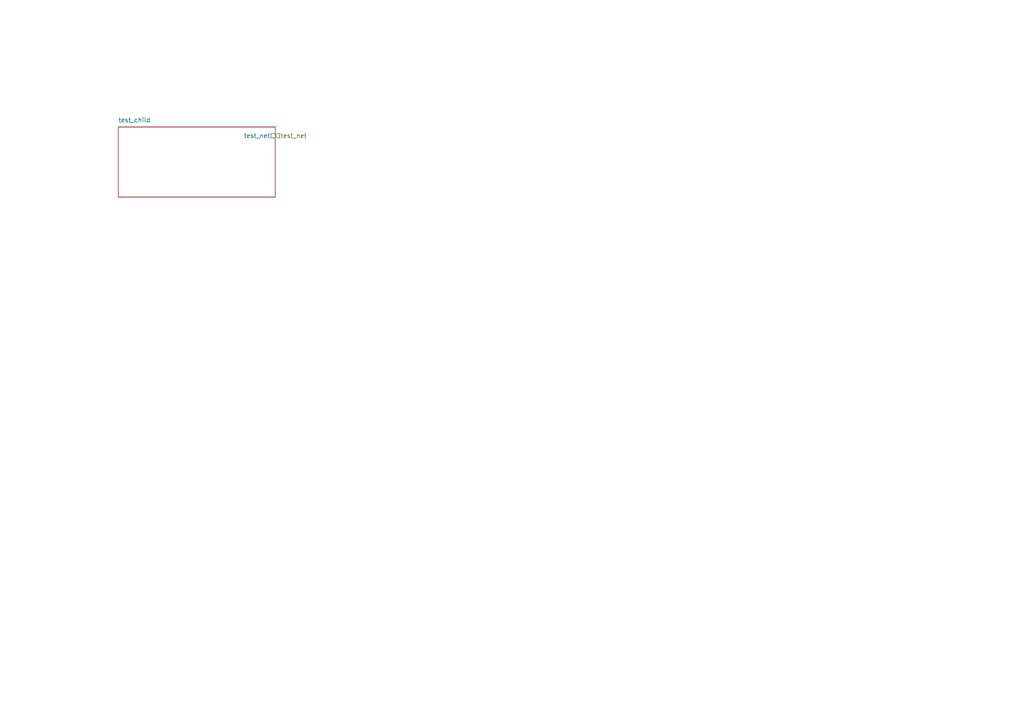
<source format=kicad_sch>
(kicad_sch
	(version 20250114)
	(generator "kicad_api")
	(generator_version 9.0)
	(uuid 2e11fa04-87b9-4b77-8ba2-99a84b189706)
	(paper A4)
	(lib_symbols)
	(paper A4)
	(title_block
		(title test_main)
		(date 2025-08-02)
		(company Circuit-Synth)
	)
	(hierarchical_label
		"test_net"
		(shape input)
		(at 79.85 39.37 0)
		(effects
			(font
				(size 1.27 1.27)
			)
			(justify left)
		)
		(uuid 304798f6-9ce5-4a9e-8569-343814b1c037)
	)
	(sheet
		(at 34.29 36.83)
		(size 45.56 20.32)
		(stroke
			(width 0.12)
			(type solid)
		)
		(fill
			(color
				0
				0
				0
				0.0
			)
		)
		(uuid 2e54ae9d-1ce8-42ca-8abe-65838db00cde)
		(property
			"Sheetname"
			"test_child"
			(at 34.29 35.559999999999995 0)
			(effects
				(font
					(size 1.27 1.27)
				)
				(justify left bottom)
			)
		)
		(property
			"Sheetfile"
			"test_child.kicad_sch"
			(at 34.29 58.42 0)
			(effects
				(font
					(size 1.27 1.27)
				)
				(justify left top)
				(hide yes)
			)
		)
		(pin
			test_net
			passive
			(at 78.58 39.37 0)
			(effects
				(font
					(size 1.27 1.27)
				)
				(justify right)
			)
			(uuid 8cd72e1b-ab9d-4f05-a3a7-7b3815013604)
		)
		(instances
			(project
				"circuit_synth"
				(path
					"/"
					(page "1")
				)
			)
		)
	)
	(sheet_instances
		(path
			"/ffa623be-2355-4ac3-9e22-6e96cce2304d"
			(page "1")
		)
	)
	(embedded_fonts no)
	(sheet_instances
		(path
			"/"
			(page "1")
		)
	)
)
</source>
